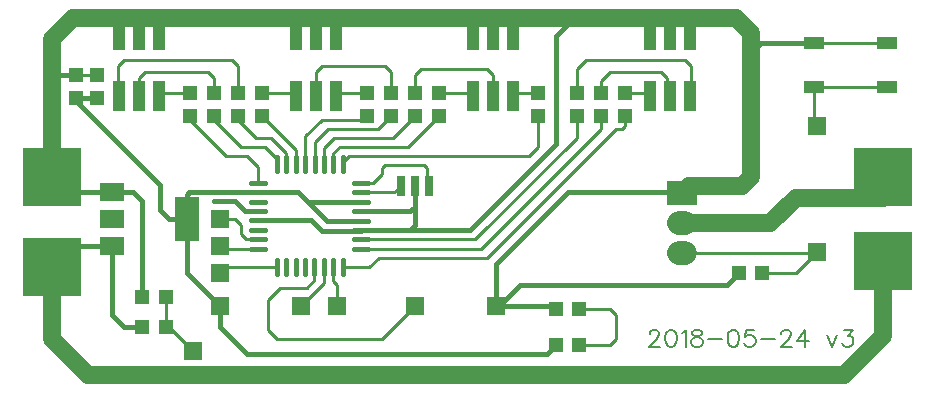
<source format=gtl>
G04 ---------------------------- Layer name :TOP LAYER*
G04 EasyEDA v5.4.12, Wed, 23 May 2018 11:05:33 GMT*
G04 2d2955f7f8a9499e967eeb654262379c*
G04 Gerber Generator version 0.2*
G04 Scale: 100 percent, Rotated: No, Reflected: No *
G04 Dimensions in millimeters *
G04 leading zeros omitted , absolute positions ,3 integer and 3 decimal *
%FSLAX33Y33*%
%MOMM*%
G90*
G71D02*

%ADD10C,0.254000*%
%ADD11C,0.399999*%
%ADD12C,1.499997*%
%ADD13C,0.449999*%
%ADD14C,0.203200*%
%ADD15R,1.999996X3.799992*%
%ADD16R,1.999996X1.499997*%
%ADD17R,0.701040X1.699260*%
%ADD18R,1.799996X1.099998*%
%ADD19R,1.099998X2.499995*%
%ADD20R,1.206500X1.206500*%
%ADD21R,1.206500X1.206998*%
%ADD22R,2.500000X2.000001*%
%ADD23R,1.574800X1.574800*%
%ADD24R,1.574800X1.575054*%
%ADD25R,4.999990X4.999990*%
%ADD26R,1.575054X1.575054*%
%ADD27C,2.000001*%

%LPD*%
G54D10*
G01X29768Y17526D02*
G01X30734Y17526D01*
G01X31496Y18288D01*
G01X31496Y18796D01*
G01X31750Y19050D01*
G01X35052Y19050D01*
G01X35306Y18796D01*
G01X35306Y17449D01*
G01X35483Y17272D01*
G01X29768Y16725D02*
G01X32550Y16725D01*
G01X33096Y17272D01*
G54D11*
G01X29768Y15925D02*
G01X25222Y15925D01*
G01X24384Y16764D01*
G01X21059Y16764D01*
G01X21031Y16736D01*
G01X29768Y14328D02*
G01X26819Y14328D01*
G01X25222Y15925D01*
G01X21031Y14338D02*
G01X25539Y14338D01*
G01X26416Y13462D01*
G01X29702Y13462D01*
G01X29768Y13528D01*
G01X29768Y15125D02*
G01X33921Y15125D01*
G01X34290Y15494D01*
G01X34290Y17272D01*
G01X29768Y13528D02*
G01X33848Y13528D01*
G01X34290Y13970D01*
G01X34290Y15494D01*
G54D10*
G01X74272Y29370D02*
G01X68072Y29370D01*
G01X13210Y5331D02*
G01X13210Y7871D01*
G01X13210Y7871D01*
G54D12*
G01X3556Y9652D02*
G01X3556Y4318D01*
G01X6604Y1270D01*
G01X70612Y1270D01*
G01X73914Y4572D01*
G01X73914Y9144D01*
G01X3556Y17272D02*
G01X3556Y29718D01*
G01X5334Y31496D01*
G01X61468Y31496D01*
G01X62738Y30226D01*
G01X62738Y18034D01*
G01X61976Y17272D01*
G01X57531Y17272D01*
G01X56896Y16637D01*
G54D11*
G01X68072Y29370D02*
G01X63619Y29370D01*
G01X62738Y28488D01*
G54D12*
G01X56896Y14097D02*
G01X64389Y14097D01*
G01X66548Y16256D01*
G01X73914Y16256D01*
G54D10*
G01X74272Y25669D02*
G01X68072Y25669D01*
G01X68072Y25669D02*
G01X68072Y22606D01*
G01X68326Y22352D01*
G01X56896Y11557D02*
G01X68199Y11557D01*
G01X68326Y11684D01*
G01X63703Y9906D02*
G01X66548Y9906D01*
G01X68072Y11430D01*
G01X68326Y11684D01*
G01X26593Y10363D02*
G01X26593Y9067D01*
G01X24638Y7112D01*
G01X27393Y10363D02*
G01X27393Y9182D01*
G01X27686Y8890D01*
G01X27686Y7112D01*
G54D11*
G01X8686Y16776D02*
G01X4813Y16776D01*
G01X3556Y18034D01*
G01X8686Y12176D02*
G01X5318Y12176D01*
G01X3556Y10414D01*
G01X21031Y15135D02*
G01X19916Y15135D01*
G01X19050Y16002D01*
G01X17272Y16002D01*
G01X21031Y16736D02*
G01X15212Y16736D01*
G01X14986Y16510D01*
G01X14986Y14478D01*
G01X11229Y5331D02*
G01X9654Y5331D01*
G01X8636Y6350D01*
G01X8636Y12125D01*
G01X8686Y12176D01*
G01X11229Y7871D02*
G01X11229Y15948D01*
G01X10414Y16764D01*
G01X8699Y16764D01*
G01X8686Y16776D01*
G01X14986Y14478D02*
G01X14986Y9906D01*
G01X17780Y7112D01*
G01X46228Y3810D02*
G01X45466Y3048D01*
G01X20066Y3048D01*
G01X17780Y5334D01*
G01X17780Y7112D01*
G54D10*
G01X21031Y12738D02*
G01X20027Y12738D01*
G01X19558Y13208D01*
G01X19558Y13970D01*
G01X19050Y14478D01*
G01X17780Y14478D01*
G01X21031Y11938D02*
G01X18288Y11938D01*
G01X17780Y12446D01*
G01X22595Y10363D02*
G01X18237Y10363D01*
G01X17780Y9906D01*
G01X13210Y5331D02*
G01X13464Y5331D01*
G01X15494Y3302D01*
G01X48209Y3810D02*
G01X50800Y3810D01*
G01X51308Y4318D01*
G01X51308Y6350D01*
G01X50800Y6858D01*
G01X48214Y6858D01*
G01X48211Y6855D01*
G01X9182Y29522D02*
G01X9182Y31487D01*
G01X9190Y31496D01*
G01X10881Y29522D02*
G01X10881Y31382D01*
G01X10995Y31496D01*
G01X12666Y31496D02*
G01X12666Y29607D01*
G01X12580Y29522D01*
G01X24180Y29522D02*
G01X24180Y31344D01*
G01X24029Y31496D01*
G01X25833Y31496D02*
G01X25833Y29568D01*
G01X25880Y29522D01*
G01X27581Y29522D02*
G01X27581Y31372D01*
G01X27705Y31496D01*
G01X38734Y31496D02*
G01X39182Y29522D01*
G01X39182Y29522D01*
G01X40881Y29522D02*
G01X40881Y31354D01*
G01X40739Y31496D01*
G01X42611Y31496D02*
G01X42611Y29553D01*
G01X42580Y29522D01*
G01X54180Y29522D02*
G01X54180Y31423D01*
G01X54108Y31496D01*
G01X55979Y31496D02*
G01X55979Y29622D01*
G01X55880Y29522D01*
G01X57581Y29522D02*
G01X57581Y31493D01*
G01X57583Y31496D01*
G54D11*
G01X33052Y13528D02*
G01X38928Y13528D01*
G01X46228Y20828D01*
G01X46228Y29965D01*
G01X47758Y31496D01*
G54D10*
G01X24206Y19126D02*
G01X24206Y20297D01*
G01X21338Y23164D01*
G01X23406Y19126D02*
G01X23406Y20027D01*
G01X22098Y21336D01*
G01X20828Y21336D01*
G01X19306Y22857D01*
G01X19306Y23164D01*
G01X22606Y19126D02*
G01X22606Y19558D01*
G01X21590Y20574D01*
G01X19558Y20574D01*
G01X17274Y22857D01*
G01X17274Y23164D01*
G01X21031Y17536D02*
G01X21031Y18846D01*
G01X20066Y19812D01*
G01X18288Y19812D01*
G01X15242Y22857D01*
G01X15242Y23164D01*
G01X25006Y19126D02*
G01X25006Y21450D01*
G01X26416Y22860D01*
G01X29923Y22860D01*
G01X30228Y23164D01*
G01X25803Y19126D02*
G01X25803Y20977D01*
G01X26924Y22098D01*
G01X31196Y22098D01*
G01X32260Y23162D01*
G01X26603Y19126D02*
G01X26603Y20507D01*
G01X27432Y21336D01*
G01X32463Y21336D01*
G01X34292Y23164D01*
G01X27404Y19126D02*
G01X27404Y20038D01*
G01X27940Y20574D01*
G01X33733Y20574D01*
G01X36324Y23164D01*
G01X15242Y25146D02*
G01X12936Y25146D01*
G01X12621Y24831D01*
G01X21338Y25146D02*
G01X23893Y25146D01*
G01X24208Y24831D01*
G01X30228Y25146D02*
G01X27924Y25146D01*
G01X27609Y24831D01*
G01X36324Y25146D02*
G01X38879Y25146D01*
G01X39194Y24831D01*
G01X44706Y25146D02*
G01X42908Y25146D01*
G01X42593Y24831D01*
G01X52072Y25146D02*
G01X53865Y25146D01*
G01X54180Y24831D01*
G01X50040Y25146D02*
G01X50040Y26164D01*
G01X50800Y26924D01*
G01X55118Y26924D01*
G01X55626Y26416D01*
G01X55626Y25085D01*
G01X55880Y24831D01*
G01X48008Y25146D02*
G01X48008Y27180D01*
G01X48768Y27940D01*
G01X57150Y27940D01*
G01X57658Y27432D01*
G01X57658Y24907D01*
G01X57581Y24831D01*
G01X29768Y12727D02*
G01X39397Y12727D01*
G01X48006Y21336D01*
G01X48006Y23162D01*
G01X48008Y23164D01*
G01X29768Y11927D02*
G01X39867Y11927D01*
G01X50038Y22098D01*
G01X50038Y23162D01*
G01X50040Y23164D01*
G01X28194Y10363D02*
G01X30429Y10363D01*
G01X31242Y11176D01*
G01X40386Y11176D01*
G01X51308Y22098D01*
G01X51816Y22098D01*
G01X52070Y22352D01*
G01X52070Y23162D01*
G01X52072Y23164D01*
G01X28204Y19126D02*
G01X28204Y19314D01*
G01X28702Y19812D01*
G01X43942Y19812D01*
G01X44704Y20574D01*
G01X44704Y23162D01*
G01X44706Y23164D01*
G01X34292Y25146D02*
G01X34290Y26670D01*
G01X34798Y27178D01*
G01X40386Y27178D01*
G01X40894Y26670D01*
G01X40894Y24831D01*
G01X32260Y25143D02*
G01X32258Y26924D01*
G01X31750Y27432D01*
G01X26416Y27432D01*
G01X25908Y26924D01*
G01X25908Y24831D01*
G01X10922Y24831D02*
G01X10922Y26416D01*
G01X11430Y26924D01*
G01X16764Y26924D01*
G01X17272Y26416D01*
G01X17272Y25148D01*
G01X17274Y25146D01*
G01X19306Y25146D02*
G01X19306Y27429D01*
G01X18796Y27940D01*
G01X9652Y27940D01*
G01X9144Y27432D01*
G01X9144Y24909D01*
G01X9222Y24831D01*
G54D11*
G01X5336Y26670D02*
G01X3711Y26670D01*
G01X3556Y26825D01*
G01X14986Y14478D02*
G01X13462Y14478D01*
G01X12700Y15240D01*
G01X12700Y17325D01*
G01X5336Y24688D01*
G01X41148Y7112D02*
G01X41148Y10668D01*
G01X47244Y16764D01*
G01X56769Y16764D01*
G01X56896Y16637D01*
G01X41148Y7112D02*
G01X41402Y7112D01*
G01X43180Y8890D01*
G01X60708Y8890D01*
G01X61723Y9904D01*
G01X41148Y7112D02*
G01X45974Y7112D01*
G01X46230Y6855D01*
G54D10*
G01X25793Y10363D02*
G01X25793Y9283D01*
G01X25146Y8636D01*
G01X22860Y8636D01*
G01X21844Y7620D01*
G01X21844Y5080D01*
G01X22606Y4318D01*
G01X31496Y4318D01*
G01X34290Y7112D01*
G01X7368Y26667D02*
G01X5593Y26667D01*
G01X5590Y26670D01*
G54D11*
G01X7368Y24686D02*
G01X5593Y24686D01*
G01X5590Y24688D01*
G54D13*
G01X28194Y9763D02*
G01X28194Y10962D01*
G01X27393Y9763D02*
G01X27393Y10962D01*
G01X26593Y9763D02*
G01X26593Y10962D01*
G01X25793Y9763D02*
G01X25793Y10962D01*
G01X24996Y9763D02*
G01X24996Y10962D01*
G01X24196Y9763D02*
G01X24196Y10962D01*
G01X23395Y9763D02*
G01X23395Y10962D01*
G01X22595Y9763D02*
G01X22595Y10962D01*
G01X21630Y11938D02*
G01X20431Y11938D01*
G01X21630Y12738D02*
G01X20431Y12738D01*
G01X21630Y13538D02*
G01X20431Y13538D01*
G01X21630Y14338D02*
G01X20431Y14338D01*
G01X21630Y15135D02*
G01X20431Y15135D01*
G01X21630Y15935D02*
G01X20431Y15935D01*
G01X21630Y16736D02*
G01X20431Y16736D01*
G01X21630Y17536D02*
G01X20431Y17536D01*
G01X22606Y18526D02*
G01X22606Y19725D01*
G01X23406Y18526D02*
G01X23406Y19725D01*
G01X24206Y18526D02*
G01X24206Y19725D01*
G01X25006Y18526D02*
G01X25006Y19725D01*
G01X25803Y18526D02*
G01X25803Y19725D01*
G01X26603Y18526D02*
G01X26603Y19725D01*
G01X27404Y18526D02*
G01X27404Y19725D01*
G01X28204Y18526D02*
G01X28204Y19725D01*
G01X30368Y17526D02*
G01X29169Y17526D01*
G01X30368Y16725D02*
G01X29169Y16725D01*
G01X30368Y15925D02*
G01X29169Y15925D01*
G01X30368Y15125D02*
G01X29169Y15125D01*
G01X30368Y14328D02*
G01X29169Y14328D01*
G01X30368Y13528D02*
G01X29169Y13528D01*
G01X30368Y12727D02*
G01X29169Y12727D01*
G01X30368Y11927D02*
G01X29169Y11927D01*
G54D14*
G01X54170Y4739D02*
G01X54170Y4808D01*
G01X54239Y4942D01*
G01X54307Y5011D01*
G01X54442Y5080D01*
G01X54716Y5080D01*
G01X54851Y5011D01*
G01X54919Y4942D01*
G01X54988Y4808D01*
G01X54988Y4671D01*
G01X54919Y4533D01*
G01X54782Y4330D01*
G01X54102Y3647D01*
G01X55057Y3647D01*
G01X55915Y5080D02*
G01X55709Y5011D01*
G01X55575Y4808D01*
G01X55506Y4467D01*
G01X55506Y4262D01*
G01X55575Y3921D01*
G01X55709Y3716D01*
G01X55915Y3647D01*
G01X56052Y3647D01*
G01X56255Y3716D01*
G01X56393Y3921D01*
G01X56461Y4262D01*
G01X56461Y4467D01*
G01X56393Y4808D01*
G01X56255Y5011D01*
G01X56052Y5080D01*
G01X55915Y5080D01*
G01X56911Y4808D02*
G01X57048Y4876D01*
G01X57251Y5080D01*
G01X57251Y3647D01*
G01X58044Y5080D02*
G01X57838Y5011D01*
G01X57769Y4876D01*
G01X57769Y4739D01*
G01X57838Y4602D01*
G01X57975Y4533D01*
G01X58247Y4467D01*
G01X58453Y4399D01*
G01X58587Y4262D01*
G01X58656Y4124D01*
G01X58656Y3921D01*
G01X58587Y3784D01*
G01X58519Y3716D01*
G01X58315Y3647D01*
G01X58044Y3647D01*
G01X57838Y3716D01*
G01X57769Y3784D01*
G01X57701Y3921D01*
G01X57701Y4124D01*
G01X57769Y4262D01*
G01X57906Y4399D01*
G01X58110Y4467D01*
G01X58384Y4533D01*
G01X58519Y4602D01*
G01X58587Y4739D01*
G01X58587Y4876D01*
G01X58519Y5011D01*
G01X58315Y5080D01*
G01X58044Y5080D01*
G01X59105Y4262D02*
G01X60332Y4262D01*
G01X61193Y5080D02*
G01X60987Y5011D01*
G01X60850Y4808D01*
G01X60784Y4467D01*
G01X60784Y4262D01*
G01X60850Y3921D01*
G01X60987Y3716D01*
G01X61193Y3647D01*
G01X61328Y3647D01*
G01X61534Y3716D01*
G01X61671Y3921D01*
G01X61737Y4262D01*
G01X61737Y4467D01*
G01X61671Y4808D01*
G01X61534Y5011D01*
G01X61328Y5080D01*
G01X61193Y5080D01*
G01X63007Y5080D02*
G01X62323Y5080D01*
G01X62255Y4467D01*
G01X62323Y4533D01*
G01X62529Y4602D01*
G01X62732Y4602D01*
G01X62938Y4533D01*
G01X63075Y4399D01*
G01X63141Y4193D01*
G01X63141Y4056D01*
G01X63075Y3853D01*
G01X62938Y3716D01*
G01X62732Y3647D01*
G01X62529Y3647D01*
G01X62323Y3716D01*
G01X62255Y3784D01*
G01X62189Y3921D01*
G01X63593Y4262D02*
G01X64820Y4262D01*
G01X65338Y4739D02*
G01X65338Y4808D01*
G01X65407Y4942D01*
G01X65473Y5011D01*
G01X65610Y5080D01*
G01X65885Y5080D01*
G01X66019Y5011D01*
G01X66088Y4942D01*
G01X66156Y4808D01*
G01X66156Y4671D01*
G01X66088Y4533D01*
G01X65951Y4330D01*
G01X65270Y3647D01*
G01X66225Y3647D01*
G01X67355Y5080D02*
G01X66675Y4124D01*
G01X67698Y4124D01*
G01X67355Y5080D02*
G01X67355Y3647D01*
G01X69197Y4602D02*
G01X69606Y3647D01*
G01X70015Y4602D02*
G01X69606Y3647D01*
G01X70601Y5080D02*
G01X71351Y5080D01*
G01X70942Y4533D01*
G01X71147Y4533D01*
G01X71282Y4467D01*
G01X71351Y4399D01*
G01X71419Y4193D01*
G01X71419Y4056D01*
G01X71351Y3853D01*
G01X71216Y3716D01*
G01X71010Y3647D01*
G01X70807Y3647D01*
G01X70601Y3716D01*
G01X70533Y3784D01*
G01X70464Y3921D01*
G54D15*
G01X14986Y14478D03*
G54D16*
G01X8686Y14478D03*
G01X8686Y12176D03*
G01X8686Y16776D03*
G54D17*
G01X33096Y17270D03*
G01X34290Y17270D03*
G01X35483Y17270D03*
G54D18*
G01X68070Y29371D03*
G01X68070Y25670D03*
G01X74270Y29371D03*
G01X74270Y25670D03*
G54D19*
G01X57581Y30030D03*
G01X55880Y30030D03*
G01X54180Y30030D03*
G01X57581Y24831D03*
G01X55880Y24831D03*
G01X54180Y24831D03*
G01X42593Y30030D03*
G01X40894Y30030D03*
G01X39194Y30030D03*
G01X42593Y24831D03*
G01X40894Y24831D03*
G01X39194Y24831D03*
G01X27609Y30030D03*
G01X25908Y30030D03*
G01X24208Y30030D03*
G01X27609Y24831D03*
G01X25908Y24831D03*
G01X24208Y24831D03*
G01X12621Y30030D03*
G01X10922Y30030D03*
G01X9222Y30030D03*
G01X12621Y24831D03*
G01X10922Y24831D03*
G01X9222Y24831D03*
G54D20*
G01X61723Y9904D03*
G01X63704Y9904D03*
G01X13210Y7871D03*
G01X11229Y7871D03*
G01X13210Y5331D03*
G01X11229Y5331D03*
G54D21*
G01X15242Y25146D03*
G54D20*
G01X15242Y23164D03*
G54D21*
G01X17274Y25146D03*
G54D20*
G01X17274Y23164D03*
G54D21*
G01X19306Y25146D03*
G54D20*
G01X19306Y23164D03*
G54D21*
G01X21338Y25146D03*
G54D20*
G01X21338Y23164D03*
G01X46228Y3810D03*
G01X48209Y3810D03*
G01X46230Y6855D03*
G01X48211Y6855D03*
G54D21*
G01X30228Y25146D03*
G54D20*
G01X30228Y23164D03*
G54D21*
G01X32260Y25146D03*
G54D20*
G01X32260Y23164D03*
G54D21*
G01X34292Y25146D03*
G54D20*
G01X34292Y23164D03*
G54D21*
G01X36324Y25146D03*
G54D20*
G01X36324Y23164D03*
G54D21*
G01X44706Y25146D03*
G54D20*
G01X44706Y23164D03*
G54D21*
G01X48008Y25146D03*
G54D20*
G01X48008Y23164D03*
G54D21*
G01X50040Y25146D03*
G54D20*
G01X50040Y23164D03*
G54D21*
G01X52072Y25146D03*
G54D20*
G01X52072Y23164D03*
G54D21*
G01X5590Y26670D03*
G54D20*
G01X5590Y24688D03*
G54D21*
G01X7368Y26667D03*
G54D20*
G01X7368Y24686D03*
G54D22*
G01X56896Y16637D03*
G54D23*
G01X24638Y7112D03*
G01X27686Y7112D03*
G01X34290Y7112D03*
G54D24*
G01X41148Y7112D03*
G54D23*
G01X17780Y7112D03*
G54D25*
G01X3556Y10414D03*
G01X3556Y18034D03*
G01X73914Y18034D03*
G01X73914Y10922D03*
G54D26*
G01X68326Y22352D03*
G01X17780Y14478D03*
G01X17780Y12192D03*
G01X68326Y11684D03*
G01X17780Y9906D03*
G01X15494Y3302D03*
G54D27*
G01X57145Y11557D02*
G01X56646Y11557D01*
G01X57145Y14097D02*
G01X56646Y14097D01*
M00*
M02*

</source>
